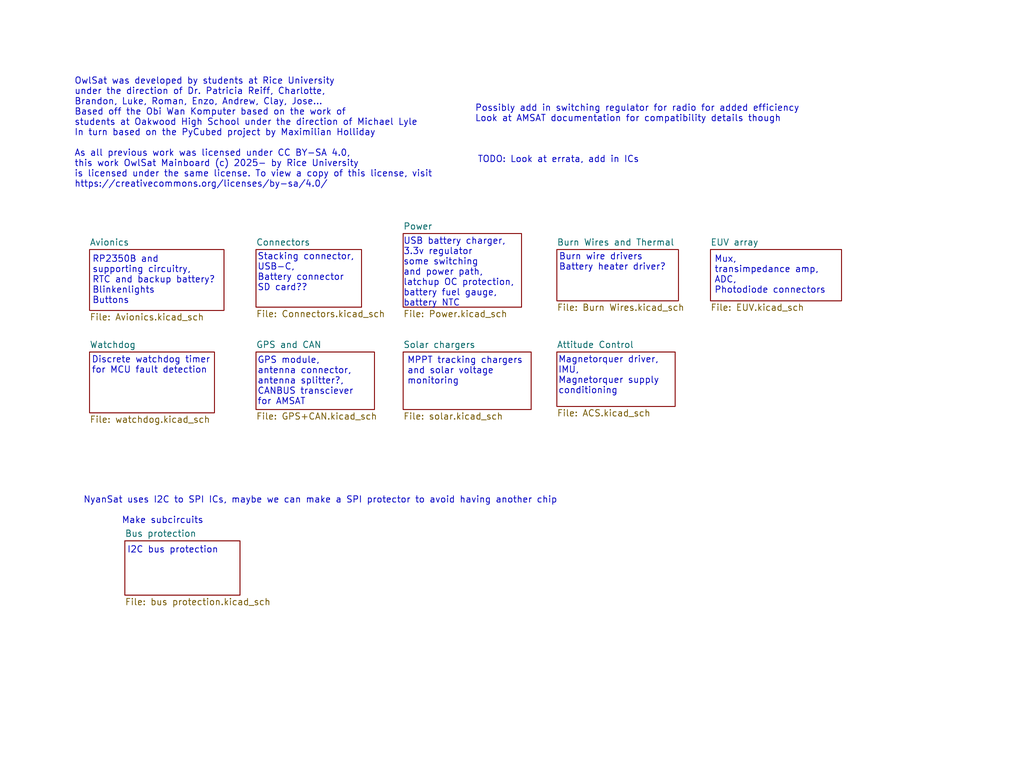
<source format=kicad_sch>
(kicad_sch
	(version 20250114)
	(generator "eeschema")
	(generator_version "9.0")
	(uuid "31ba118e-63c6-4589-abeb-d0c379bb13c1")
	(paper "User" 203.2 152.4)
	(lib_symbols)
	(text "Possibly add in switching regulator for radio for added efficiency\nLook at AMSAT documentation for compatibility details though"
		(exclude_from_sim no)
		(at 94.234 22.606 0)
		(effects
			(font
				(size 1.27 1.27)
			)
			(justify left)
		)
		(uuid "03a2704f-0ad7-4146-b818-fcf052666987")
	)
	(text "MPPT tracking chargers\nand solar voltage\nmonitoring"
		(exclude_from_sim no)
		(at 80.772 73.66 0)
		(effects
			(font
				(size 1.27 1.27)
			)
			(justify left)
		)
		(uuid "12709db9-58f2-48bc-b609-489eeffaabec")
	)
	(text "Discrete watchdog timer\nfor MCU fault detection"
		(exclude_from_sim no)
		(at 18.161 72.517 0)
		(effects
			(font
				(size 1.27 1.27)
			)
			(justify left)
		)
		(uuid "3ba57c45-b670-481e-966b-360b8694cc03")
	)
	(text "Stacking connector,\nUSB-C,\nBattery connector\nSD card??"
		(exclude_from_sim no)
		(at 51.054 54.102 0)
		(effects
			(font
				(size 1.27 1.27)
			)
			(justify left)
		)
		(uuid "47fe03d1-bf83-43a2-8cc1-6d83359d2dd8")
	)
	(text "OwlSat was developed by students at Rice University\nunder the direction of Dr. Patricia Reiff, Charlotte, \nBrandon, Luke, Roman, Enzo, Andrew, Clay, Jose...\nBased off the Obi Wan Komputer based on the work of \nstudents at Oakwood High School under the direction of Michael Lyle\nIn turn based on the PyCubed project by Maximilian Holliday\n\nAs all previous work was licensed under CC BY-SA 4.0,\nthis work OwlSat Mainboard (c) 2025- by Rice University\nis licensed under the same license. To view a copy of this license, visit\nhttps://creativecommons.org/licenses/by-sa/4.0/"
		(exclude_from_sim no)
		(at 14.732 26.416 0)
		(effects
			(font
				(size 1.27 1.27)
			)
			(justify left)
			(href "https://creativecommons.org/licenses/by-sa/4.0/")
		)
		(uuid "4f176284-edb4-4f41-ba5f-4690ceaddc49")
	)
	(text "USB battery charger,\n3.3v regulator\nsome switching\nand power path,\nlatchup OC protection,\nbattery fuel gauge,\nbattery NTC"
		(exclude_from_sim no)
		(at 80.01 54.102 0)
		(effects
			(font
				(size 1.27 1.27)
			)
			(justify left)
		)
		(uuid "52176ce8-3776-4b0d-a8ff-da1af144fba7")
	)
	(text "I2C bus protection"
		(exclude_from_sim no)
		(at 34.29 109.22 0)
		(effects
			(font
				(size 1.27 1.27)
			)
		)
		(uuid "741df3a7-efcb-44bf-9642-a88ce54efa8b")
	)
	(text "Mux, \ntransimpedance amp,\nADC,\nPhotodiode connectors"
		(exclude_from_sim no)
		(at 141.732 54.61 0)
		(effects
			(font
				(size 1.27 1.27)
			)
			(justify left)
		)
		(uuid "7ff73e98-b900-4d82-b4f2-931189d8f4f1")
	)
	(text "Make subcircuits"
		(exclude_from_sim no)
		(at 24.13 103.378 0)
		(effects
			(font
				(size 1.27 1.27)
			)
			(justify left)
		)
		(uuid "9b8f6db2-83ed-41f9-b3e4-17f12c5ae27a")
	)
	(text "Magnetorquer driver,\nIMU,\nMagnetorquer supply\nconditioning"
		(exclude_from_sim no)
		(at 110.744 74.549 0)
		(effects
			(font
				(size 1.27 1.27)
			)
			(justify left)
		)
		(uuid "af34d85a-1977-44ae-b409-15fe2245b3af")
	)
	(text "GPS module, \nantenna connector,\nantenna splitter?,\nCANBUS transciever\nfor AMSAT"
		(exclude_from_sim no)
		(at 51.054 75.692 0)
		(effects
			(font
				(size 1.27 1.27)
			)
			(justify left)
		)
		(uuid "db37fa7d-a06e-4d06-8307-205dcd447e21")
	)
	(text "Burn wire drivers\nBattery heater driver?"
		(exclude_from_sim no)
		(at 110.871 52.07 0)
		(effects
			(font
				(size 1.27 1.27)
			)
			(justify left)
		)
		(uuid "e0142052-5bca-4451-90e2-2e692a0fdb7b")
	)
	(text "NyanSat uses I2C to SPI ICs, maybe we can make a SPI protector to avoid having another chip"
		(exclude_from_sim no)
		(at 16.51 99.314 0)
		(effects
			(font
				(size 1.27 1.27)
			)
			(justify left)
		)
		(uuid "e9d549b2-b3de-4825-a68e-3911caf67e09")
	)
	(text "RP2350B and \nsupporting circuitry,\nRTC and backup battery?\nBlinkenlights\nButtons"
		(exclude_from_sim no)
		(at 18.288 55.626 0)
		(effects
			(font
				(size 1.27 1.27)
			)
			(justify left)
		)
		(uuid "f1bf36d2-fa12-472d-b854-41d050cf28cd")
	)
	(text "TODO: Look at errata, add in ICs"
		(exclude_from_sim no)
		(at 94.742 31.75 0)
		(effects
			(font
				(size 1.27 1.27)
			)
			(justify left)
		)
		(uuid "f4491734-4a80-406f-90bc-3aa25620b8b6")
	)
	(sheet
		(at 24.765 107.315)
		(size 22.86 10.795)
		(exclude_from_sim no)
		(in_bom yes)
		(on_board yes)
		(dnp no)
		(fields_autoplaced yes)
		(stroke
			(width 0.1524)
			(type solid)
		)
		(fill
			(color 0 0 0 0.0000)
		)
		(uuid "29e7ecbe-dc53-4e23-a49b-56d585a81bfe")
		(property "Sheetname" "Bus protection"
			(at 24.765 106.6034 0)
			(effects
				(font
					(size 1.27 1.27)
				)
				(justify left bottom)
			)
		)
		(property "Sheetfile" "bus protection.kicad_sch"
			(at 24.765 118.6946 0)
			(effects
				(font
					(size 1.27 1.27)
				)
				(justify left top)
			)
		)
		(instances
			(project "owlsat"
				(path "/31ba118e-63c6-4589-abeb-d0c379bb13c1"
					(page "6")
				)
			)
		)
	)
	(sheet
		(at 110.49 69.85)
		(size 23.495 10.795)
		(exclude_from_sim no)
		(in_bom yes)
		(on_board yes)
		(dnp no)
		(fields_autoplaced yes)
		(stroke
			(width 0.1524)
			(type solid)
		)
		(fill
			(color 0 0 0 0.0000)
		)
		(uuid "47353b96-9fd2-4259-b519-f93763fd2793")
		(property "Sheetname" "Attitude Control"
			(at 110.49 69.1384 0)
			(effects
				(font
					(size 1.27 1.27)
				)
				(justify left bottom)
			)
		)
		(property "Sheetfile" "ACS.kicad_sch"
			(at 110.49 81.2296 0)
			(effects
				(font
					(size 1.27 1.27)
				)
				(justify left top)
			)
		)
		(property "Field2" ""
			(at 110.49 69.85 0)
			(effects
				(font
					(size 1.27 1.27)
				)
			)
		)
		(instances
			(project "owlsat"
				(path "/31ba118e-63c6-4589-abeb-d0c379bb13c1"
					(page "11")
				)
			)
		)
	)
	(sheet
		(at 80.01 69.85)
		(size 25.4 11.43)
		(exclude_from_sim no)
		(in_bom yes)
		(on_board yes)
		(dnp no)
		(fields_autoplaced yes)
		(stroke
			(width 0.1524)
			(type solid)
		)
		(fill
			(color 0 0 0 0.0000)
		)
		(uuid "5cea79db-c025-46d4-93a6-7012455f5213")
		(property "Sheetname" "Solar chargers"
			(at 80.01 69.1384 0)
			(effects
				(font
					(size 1.27 1.27)
				)
				(justify left bottom)
			)
		)
		(property "Sheetfile" "solar.kicad_sch"
			(at 80.01 81.8646 0)
			(effects
				(font
					(size 1.27 1.27)
				)
				(justify left top)
			)
		)
		(instances
			(project "owlsat"
				(path "/31ba118e-63c6-4589-abeb-d0c379bb13c1"
					(page "8")
				)
			)
		)
	)
	(sheet
		(at 17.78 69.85)
		(size 24.765 12.065)
		(exclude_from_sim no)
		(in_bom yes)
		(on_board yes)
		(dnp no)
		(fields_autoplaced yes)
		(stroke
			(width 0.1524)
			(type solid)
		)
		(fill
			(color 0 0 0 0.0000)
		)
		(uuid "68715d71-2ad4-44d5-9eab-cd2684c02d13")
		(property "Sheetname" "Watchdog"
			(at 17.78 69.1384 0)
			(effects
				(font
					(size 1.27 1.27)
				)
				(justify left bottom)
			)
		)
		(property "Sheetfile" "watchdog.kicad_sch"
			(at 17.78 82.4996 0)
			(effects
				(font
					(size 1.27 1.27)
				)
				(justify left top)
			)
		)
		(instances
			(project "owlsat"
				(path "/31ba118e-63c6-4589-abeb-d0c379bb13c1"
					(page "7")
				)
			)
		)
	)
	(sheet
		(at 140.97 49.53)
		(size 26.035 10.16)
		(exclude_from_sim no)
		(in_bom yes)
		(on_board yes)
		(dnp no)
		(fields_autoplaced yes)
		(stroke
			(width 0.1524)
			(type solid)
		)
		(fill
			(color 0 0 0 0.0000)
		)
		(uuid "765b5454-d163-4870-9725-3a84da116569")
		(property "Sheetname" "EUV array"
			(at 140.97 48.8184 0)
			(effects
				(font
					(size 1.27 1.27)
				)
				(justify left bottom)
			)
		)
		(property "Sheetfile" "EUV.kicad_sch"
			(at 140.97 60.2746 0)
			(effects
				(font
					(size 1.27 1.27)
				)
				(justify left top)
			)
		)
		(instances
			(project "owlsat"
				(path "/31ba118e-63c6-4589-abeb-d0c379bb13c1"
					(page "10")
				)
			)
		)
	)
	(sheet
		(at 50.8 69.85)
		(size 23.495 11.43)
		(exclude_from_sim no)
		(in_bom yes)
		(on_board yes)
		(dnp no)
		(fields_autoplaced yes)
		(stroke
			(width 0.1524)
			(type solid)
		)
		(fill
			(color 0 0 0 0.0000)
		)
		(uuid "7ed2ff9f-3d2c-43aa-a7b7-19d1917ad26e")
		(property "Sheetname" "GPS and CAN"
			(at 50.8 69.1384 0)
			(effects
				(font
					(size 1.27 1.27)
				)
				(justify left bottom)
			)
		)
		(property "Sheetfile" "GPS+CAN.kicad_sch"
			(at 50.8 81.8646 0)
			(effects
				(font
					(size 1.27 1.27)
				)
				(justify left top)
			)
		)
		(instances
			(project "owlsat"
				(path "/31ba118e-63c6-4589-abeb-d0c379bb13c1"
					(page "9")
				)
			)
		)
	)
	(sheet
		(at 50.8 49.53)
		(size 20.955 11.43)
		(exclude_from_sim no)
		(in_bom yes)
		(on_board yes)
		(dnp no)
		(fields_autoplaced yes)
		(stroke
			(width 0.1524)
			(type solid)
		)
		(fill
			(color 0 0 0 0.0000)
		)
		(uuid "c055c21a-8fa5-46e2-91f0-eb6985e83968")
		(property "Sheetname" "Connectors"
			(at 50.8 48.8184 0)
			(effects
				(font
					(size 1.27 1.27)
				)
				(justify left bottom)
			)
		)
		(property "Sheetfile" "Connectors.kicad_sch"
			(at 50.8 61.5446 0)
			(effects
				(font
					(size 1.27 1.27)
				)
				(justify left top)
			)
		)
		(instances
			(project "owlsat"
				(path "/31ba118e-63c6-4589-abeb-d0c379bb13c1"
					(page "3")
				)
			)
		)
	)
	(sheet
		(at 17.78 49.53)
		(size 26.67 12.065)
		(exclude_from_sim no)
		(in_bom yes)
		(on_board yes)
		(dnp no)
		(fields_autoplaced yes)
		(stroke
			(width 0.1524)
			(type solid)
		)
		(fill
			(color 0 0 0 0.0000)
		)
		(uuid "c6c9b9a9-ddbf-445b-97cd-a6e878077684")
		(property "Sheetname" "Avionics"
			(at 17.78 48.8184 0)
			(effects
				(font
					(size 1.27 1.27)
				)
				(justify left bottom)
			)
		)
		(property "Sheetfile" "Avionics.kicad_sch"
			(at 17.78 62.1796 0)
			(effects
				(font
					(size 1.27 1.27)
				)
				(justify left top)
			)
		)
		(property "Field2" ""
			(at 17.78 49.53 0)
			(effects
				(font
					(size 1.27 1.27)
				)
			)
		)
		(instances
			(project "owlsat"
				(path "/31ba118e-63c6-4589-abeb-d0c379bb13c1"
					(page "2")
				)
			)
		)
	)
	(sheet
		(at 110.49 49.53)
		(size 24.13 10.16)
		(exclude_from_sim no)
		(in_bom yes)
		(on_board yes)
		(dnp no)
		(fields_autoplaced yes)
		(stroke
			(width 0.1524)
			(type solid)
		)
		(fill
			(color 0 0 0 0.0000)
		)
		(uuid "d34b429f-9769-45e3-9c6a-102d3b8133f1")
		(property "Sheetname" "Burn Wires and Thermal"
			(at 110.49 48.8184 0)
			(effects
				(font
					(size 1.27 1.27)
				)
				(justify left bottom)
			)
		)
		(property "Sheetfile" "Burn Wires.kicad_sch"
			(at 110.49 60.2746 0)
			(effects
				(font
					(size 1.27 1.27)
				)
				(justify left top)
			)
		)
		(property "Field2" ""
			(at 110.49 49.53 0)
			(effects
				(font
					(size 1.27 1.27)
				)
			)
		)
		(instances
			(project "owlsat"
				(path "/31ba118e-63c6-4589-abeb-d0c379bb13c1"
					(page "5")
				)
			)
		)
	)
	(sheet
		(at 80.01 46.355)
		(size 23.495 14.605)
		(exclude_from_sim no)
		(in_bom yes)
		(on_board yes)
		(dnp no)
		(fields_autoplaced yes)
		(stroke
			(width 0.1524)
			(type solid)
		)
		(fill
			(color 0 0 0 0.0000)
		)
		(uuid "f07a0898-4466-4748-a55a-99724e65b6c5")
		(property "Sheetname" "Power"
			(at 80.01 45.6434 0)
			(effects
				(font
					(size 1.27 1.27)
				)
				(justify left bottom)
			)
		)
		(property "Sheetfile" "Power.kicad_sch"
			(at 80.01 61.5446 0)
			(effects
				(font
					(size 1.27 1.27)
				)
				(justify left top)
			)
		)
		(instances
			(project "owlsat"
				(path "/31ba118e-63c6-4589-abeb-d0c379bb13c1"
					(page "4")
				)
			)
		)
	)
	(sheet_instances
		(path "/"
			(page "1")
		)
	)
	(embedded_fonts no)
)

</source>
